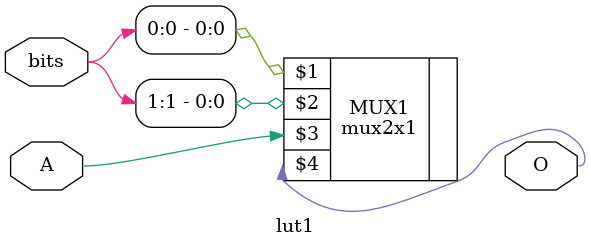
<source format=v>
module lut1(
	input [1:0]bits,
	input A,
	output O);
	
	
	mux2x1 MUX1(bits[0], bits[1], A, O);

endmodule
</source>
